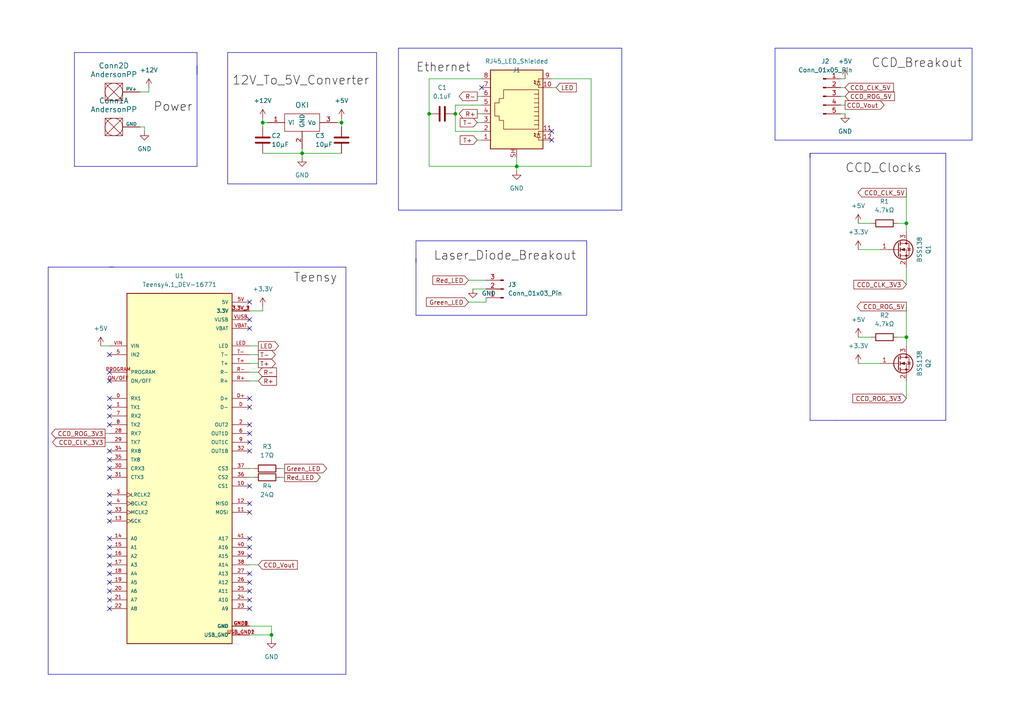
<source format=kicad_sch>
(kicad_sch (version 20230121) (generator eeschema)
  (paper "A4")
  (lib_symbols
    (symbol "Connector:Conn_01x03_Pin" (pin_names (offset 1.016) hide)
      (property "Reference" "J" (at 0 5.08 0))
      (property "Value" "Conn_01x03_Pin" (at 0 -5.08 0))
      (symbol "Conn_01x03_Pin_1_1"
        (polyline (pts (xy 1.27 -2.54) (xy 0.8636 -2.54)) (stroke (width 0.1524)))
        (polyline (pts (xy 1.27 0) (xy 0.8636 0)) (stroke (width 0.1524)))
        (polyline (pts (xy 1.27 2.54) (xy 0.8636 2.54)) (stroke (width 0.1524)))
        (rectangle (start 0.8636 -2.413) (end 0 -2.667) (stroke (width 0.1524)) (fill (type outline)))
        (rectangle (start 0.8636 0.127) (end 0 -0.127) (stroke (width 0.1524)) (fill (type outline)))
        (rectangle (start 0.8636 2.667) (end 0 2.413) (stroke (width 0.1524)) (fill (type outline)))
        (pin passive line (at 5.08 2.54 180) (length 3.81) (name "Pin_1") (number "1"))
        (pin passive line (at 5.08 0 180) (length 3.81) (name "Pin_2") (number "2"))
        (pin passive line (at 5.08 -2.54 180) (length 3.81) (name "Pin_3") (number "3"))
      )
    )
    (symbol "Connector:Conn_01x05_Pin" (pin_names (offset 1.016) hide)
      (property "Reference" "J" (at 0 7.62 0))
      (property "Value" "Conn_01x05_Pin" (at 0 -7.62 0))
      (symbol "Conn_01x05_Pin_1_1"
        (polyline (pts (xy 1.27 -5.08) (xy 0.8636 -5.08)) (stroke (width 0.1524)))
        (polyline (pts (xy 1.27 -2.54) (xy 0.8636 -2.54)) (stroke (width 0.1524)))
        (polyline (pts (xy 1.27 0) (xy 0.8636 0)) (stroke (width 0.1524)))
        (polyline (pts (xy 1.27 2.54) (xy 0.8636 2.54)) (stroke (width 0.1524)))
        (polyline (pts (xy 1.27 5.08) (xy 0.8636 5.08)) (stroke (width 0.1524)))
        (rectangle (start 0.8636 -4.953) (end 0 -5.207) (stroke (width 0.1524)) (fill (type outline)))
        (rectangle (start 0.8636 -2.413) (end 0 -2.667) (stroke (width 0.1524)) (fill (type outline)))
        (rectangle (start 0.8636 0.127) (end 0 -0.127) (stroke (width 0.1524)) (fill (type outline)))
        (rectangle (start 0.8636 2.667) (end 0 2.413) (stroke (width 0.1524)) (fill (type outline)))
        (rectangle (start 0.8636 5.207) (end 0 4.953) (stroke (width 0.1524)) (fill (type outline)))
        (pin passive line (at 5.08 5.08 180) (length 3.81) (name "Pin_1") (number "1"))
        (pin passive line (at 5.08 2.54 180) (length 3.81) (name "Pin_2") (number "2"))
        (pin passive line (at 5.08 0 180) (length 3.81) (name "Pin_3") (number "3"))
        (pin passive line (at 5.08 -2.54 180) (length 3.81) (name "Pin_4") (number "4"))
        (pin passive line (at 5.08 -5.08 180) (length 3.81) (name "Pin_5") (number "5"))
      )
    )
    (symbol "Connector:RJ45_LED_Shielded" (pin_names (offset 1.016))
      (property "Reference" "J" (at -5.08 13.97 0))
      (property "Value" "RJ45_LED_Shielded" (at 1.27 13.97 0))
      (symbol "RJ45_LED_Shielded_0_1"
        (polyline (pts (xy -7.62 -7.62) (xy -6.35 -7.62)))
        (polyline (pts (xy -7.62 -5.08) (xy -6.35 -5.08)))
        (polyline (pts (xy -7.62 7.62) (xy -6.35 7.62)))
        (polyline (pts (xy -7.62 10.16) (xy -6.35 10.16)))
        (polyline (pts (xy -6.858 -5.842) (xy -5.842 -5.842)))
        (polyline (pts (xy -6.858 9.398) (xy -5.842 9.398)))
        (polyline (pts (xy -6.35 -7.62) (xy -6.35 -6.858)))
        (polyline (pts (xy -6.35 -5.08) (xy -6.35 -5.842)))
        (polyline (pts (xy -6.35 7.62) (xy -6.35 8.382)))
        (polyline (pts (xy -6.35 10.16) (xy -6.35 9.398)))
        (polyline (pts (xy -5.08 -6.223) (xy -5.207 -6.604)))
        (polyline (pts (xy -5.08 -5.588) (xy -5.207 -5.969)))
        (polyline (pts (xy -5.08 4.445) (xy -6.35 4.445)))
        (polyline (pts (xy -5.08 5.715) (xy -6.35 5.715)))
        (polyline (pts (xy -5.08 9.017) (xy -5.207 8.636)))
        (polyline (pts (xy -5.08 9.652) (xy -5.207 9.271)))
        (polyline (pts (xy -6.35 -3.175) (xy -5.08 -3.175) (xy -5.08 -3.175)))
        (polyline (pts (xy -6.35 -1.905) (xy -5.08 -1.905) (xy -5.08 -1.905)))
        (polyline (pts (xy -6.35 -0.635) (xy -5.08 -0.635) (xy -5.08 -0.635)))
        (polyline (pts (xy -6.35 0.635) (xy -5.08 0.635) (xy -5.08 0.635)))
        (polyline (pts (xy -6.35 1.905) (xy -5.08 1.905) (xy -5.08 1.905)))
        (polyline (pts (xy -5.588 -6.731) (xy -5.08 -6.223) (xy -5.461 -6.35)))
        (polyline (pts (xy -5.588 -6.096) (xy -5.08 -5.588) (xy -5.461 -5.715)))
        (polyline (pts (xy -5.588 8.509) (xy -5.08 9.017) (xy -5.461 8.89)))
        (polyline (pts (xy -5.588 9.144) (xy -5.08 9.652) (xy -5.461 9.525)))
        (polyline (pts (xy -5.08 3.175) (xy -6.35 3.175) (xy -6.35 3.175)))
        (polyline (pts (xy -6.35 -5.842) (xy -6.858 -6.858) (xy -5.842 -6.858) (xy -6.35 -5.842)))
        (polyline (pts (xy -6.35 9.398) (xy -6.858 8.382) (xy -5.842 8.382) (xy -6.35 9.398)))
        (polyline (pts (xy -6.35 -4.445) (xy -6.35 6.985) (xy 3.81 6.985) (xy 3.81 4.445) (xy 5.08 4.445) (xy 5.08 3.175) (xy 6.35 3.175) (xy 6.35 -0.635) (xy 5.08 -0.635) (xy 5.08 -1.905) (xy 3.81 -1.905) (xy 3.81 -4.445) (xy -6.35 -4.445) (xy -6.35 -4.445)))
        (rectangle (start 7.62 12.7) (end -7.62 -10.16) (stroke (width 0.254)) (fill (type background)))
      )
      (symbol "RJ45_LED_Shielded_1_1"
        (pin passive line (at 10.16 -7.62 180) (length 2.54) (name "~") (number "1"))
        (pin passive line (at -10.16 7.62 0) (length 2.54) (name "~") (number "10"))
        (pin passive line (at -10.16 -5.08 0) (length 2.54) (name "~") (number "11"))
        (pin passive line (at -10.16 -7.62 0) (length 2.54) (name "~") (number "12"))
        (pin passive line (at 10.16 -5.08 180) (length 2.54) (name "~") (number "2"))
        (pin passive line (at 10.16 -2.54 180) (length 2.54) (name "~") (number "3"))
        (pin passive line (at 10.16 0 180) (length 2.54) (name "~") (number "4"))
        (pin passive line (at 10.16 2.54 180) (length 2.54) (name "~") (number "5"))
        (pin passive line (at 10.16 5.08 180) (length 2.54) (name "~") (number "6"))
        (pin passive line (at 10.16 7.62 180) (length 2.54) (name "~") (number "7"))
        (pin passive line (at 10.16 10.16 180) (length 2.54) (name "~") (number "8"))
        (pin passive line (at -10.16 10.16 0) (length 2.54) (name "~") (number "9"))
        (pin passive line (at 0 -12.7 90) (length 2.54) (name "~") (number "SH"))
      )
    )
    (symbol "Device:C" (pin_numbers hide) (pin_names (offset 0.254))
      (property "Reference" "C" (at 0.635 2.54 0))
      (property "Value" "C" (at 0.635 -2.54 0))
      (symbol "C_0_1"
        (polyline (pts (xy -2.032 -0.762) (xy 2.032 -0.762)) (stroke (width 0.508)))
        (polyline (pts (xy -2.032 0.762) (xy 2.032 0.762)) (stroke (width 0.508)))
      )
      (symbol "C_1_1"
        (pin passive line (at 0 3.81 270) (length 2.794) (name "~") (number "1"))
        (pin passive line (at 0 -3.81 90) (length 2.794) (name "~") (number "2"))
      )
    )
    (symbol "Device:R" (pin_numbers hide) (pin_names (offset 0))
      (property "Reference" "R" (at 2.032 0 90))
      (property "Value" "R" (at 0 0 90))
      (symbol "R_0_1"
        (rectangle (start -1.016 -2.54) (end 1.016 2.54) (stroke (width 0.254)))
      )
      (symbol "R_1_1"
        (pin passive line (at 0 3.81 270) (length 1.27) (name "~") (number "1"))
        (pin passive line (at 0 -3.81 90) (length 1.27) (name "~") (number "2"))
      )
    )
    (symbol "MRDT_Connectors:AndersonPP" (pin_numbers hide) (pin_names (offset 0))
      (property "Reference" "Conn" (at 3.81 -1.27 0))
      (property "Value" "AndersonPP" (at 2.54 6.35 0))
      (symbol "AndersonPP_0_1"
        (polyline (pts (xy 0 5.08) (xy 5.08 0)))
        (polyline (pts (xy 5.08 5.08) (xy 0 0)))
        (rectangle (start 0 0) (end 5.08 5.08))
        (circle (center 2.54 2.54) (radius 2.54))
      )
      (symbol "AndersonPP_1_1"
        (pin input line (at 10.16 2.54 180) (length 5.08) (name "GND") (number "1"))
      )
      (symbol "AndersonPP_2_1"
        (pin input line (at 10.16 2.54 180) (length 5.08) (name "V+Log") (number "2"))
      )
      (symbol "AndersonPP_3_1"
        (pin input line (at 10.16 2.54 180) (length 5.08) (name "V+Act") (number "3"))
      )
      (symbol "AndersonPP_4_1"
        (pin input line (at 10.16 2.54 180) (length 5.08) (name "PV+") (number "4"))
      )
      (symbol "AndersonPP_5_1"
        (pin input line (at 10.16 2.54 180) (length 5.08) (name "~") (number "1"))
      )
    )
    (symbol "MRDT_Devices:OKI" (pin_names (offset 1.016))
      (property "Value" "OKI" (at 5.08 6.35 0))
      (symbol "OKI_0_1"
        (rectangle (start 0 0) (end 10.16 5.08))
      )
      (symbol "OKI_1_1"
        (pin input line (at -5.08 2.54 0) (length 5.08) (name "Vi") (number "1"))
        (pin output line (at 5.08 -5.08 90) (length 5.08) (name "GND") (number "2"))
        (pin output line (at 15.24 2.54 180) (length 5.08) (name "Vo") (number "3"))
      )
    )
    (symbol "MRDT_Shields:Teensy4.1_DEV-16771" (pin_names (offset 1.016))
      (property "Reference" "U" (at -15.24 52.07 0))
      (property "Value" "Teensy4.1_DEV-16771" (at -15.24 -53.34 0))
      (symbol "Teensy4.1_DEV-16771_0_0"
        (rectangle (start -15.24 -50.8) (end 15.24 50.8) (stroke (width 0.254)) (fill (type background)))
        (pin bidirectional line (at -20.32 20.32 0) (length 5.08) (name "RX1") (number "0"))
        (pin bidirectional line (at -20.32 17.78 0) (length 5.08) (name "TX1") (number "1"))
        (pin bidirectional line (at 20.32 -5.08 180) (length 5.08) (name "CS1") (number "10"))
        (pin bidirectional line (at 20.32 -12.7 180) (length 5.08) (name "MOSI") (number "11"))
        (pin bidirectional line (at 20.32 -10.16 180) (length 5.08) (name "MISO") (number "12"))
        (pin bidirectional clock (at -20.32 -15.24 0) (length 5.08) (name "SCK") (number "13"))
        (pin bidirectional line (at -20.32 -20.32 0) (length 5.08) (name "A0") (number "14"))
        (pin bidirectional line (at -20.32 -22.86 0) (length 5.08) (name "A1") (number "15"))
        (pin bidirectional line (at -20.32 -25.4 0) (length 5.08) (name "A2") (number "16"))
        (pin bidirectional line (at -20.32 -27.94 0) (length 5.08) (name "A3") (number "17"))
        (pin bidirectional line (at -20.32 -30.48 0) (length 5.08) (name "A4") (number "18"))
        (pin bidirectional line (at -20.32 -33.02 0) (length 5.08) (name "A5") (number "19"))
        (pin output line (at 20.32 12.7 180) (length 5.08) (name "OUT2") (number "2"))
        (pin bidirectional line (at -20.32 -35.56 0) (length 5.08) (name "A6") (number "20"))
        (pin bidirectional line (at -20.32 -38.1 0) (length 5.08) (name "A7") (number "21"))
        (pin bidirectional line (at -20.32 -40.64 0) (length 5.08) (name "A8") (number "22"))
        (pin bidirectional line (at 20.32 -40.64 180) (length 5.08) (name "A9") (number "23"))
        (pin bidirectional line (at 20.32 -38.1 180) (length 5.08) (name "A10") (number "24"))
        (pin bidirectional line (at 20.32 -35.56 180) (length 5.08) (name "A11") (number "25"))
        (pin bidirectional line (at 20.32 -33.02 180) (length 5.08) (name "A12") (number "26"))
        (pin bidirectional line (at 20.32 -30.48 180) (length 5.08) (name "A13") (number "27"))
        (pin bidirectional line (at -20.32 10.16 0) (length 5.08) (name "RX7") (number "28"))
        (pin bidirectional line (at -20.32 7.62 0) (length 5.08) (name "TX7") (number "29"))
        (pin bidirectional clock (at -20.32 -7.62 0) (length 5.08) (name "LRCLK2") (number "3"))
        (pin power_in line (at 20.32 45.72 180) (length 5.08) (name "3.3V") (number "3.3V_1"))
        (pin power_in line (at 20.32 45.72 180) (length 5.08) (name "3.3V") (number "3.3V_2"))
        (pin power_in line (at 20.32 45.72 180) (length 5.08) (name "3.3V") (number "3.3V_3"))
        (pin bidirectional line (at -20.32 0 0) (length 5.08) (name "CRX3") (number "30"))
        (pin bidirectional line (at -20.32 -2.54 0) (length 5.08) (name "CTX3") (number "31"))
        (pin output line (at 20.32 5.08 180) (length 5.08) (name "OUT1B") (number "32"))
        (pin bidirectional clock (at -20.32 -12.7 0) (length 5.08) (name "MCLK2") (number "33"))
        (pin bidirectional line (at -20.32 5.08 0) (length 5.08) (name "RX8") (number "34"))
        (pin bidirectional line (at -20.32 2.54 0) (length 5.08) (name "TX8") (number "35"))
        (pin bidirectional line (at 20.32 -2.54 180) (length 5.08) (name "CS2") (number "36"))
        (pin bidirectional line (at 20.32 0 180) (length 5.08) (name "CS3") (number "37"))
        (pin bidirectional line (at 20.32 -27.94 180) (length 5.08) (name "A14") (number "38"))
        (pin bidirectional line (at 20.32 -25.4 180) (length 5.08) (name "A15") (number "39"))
        (pin bidirectional clock (at -20.32 -10.16 0) (length 5.08) (name "BCLK2") (number "4"))
        (pin bidirectional line (at 20.32 -22.86 180) (length 5.08) (name "A16") (number "40"))
        (pin bidirectional line (at 20.32 -20.32 180) (length 5.08) (name "A17") (number "41"))
        (pin bidirectional line (at -20.32 33.02 0) (length 5.08) (name "IN2") (number "5"))
        (pin power_in line (at 20.32 48.26 180) (length 5.08) (name "5V") (number "5V"))
        (pin output line (at 20.32 10.16 180) (length 5.08) (name "OUT1D") (number "6"))
        (pin bidirectional line (at -20.32 15.24 0) (length 5.08) (name "RX2") (number "7"))
        (pin bidirectional line (at -20.32 12.7 0) (length 5.08) (name "TX2") (number "8"))
        (pin output line (at 20.32 7.62 180) (length 5.08) (name "OUT1C") (number "9"))
        (pin bidirectional line (at 20.32 17.78 180) (length 5.08) (name "D-") (number "D"))
        (pin bidirectional line (at 20.32 20.32 180) (length 5.08) (name "D+") (number "D+"))
        (pin power_in line (at 20.32 -45.72 180) (length 5.08) (name "GND") (number "GND1"))
        (pin power_in line (at 20.32 -45.72 180) (length 5.08) (name "GND") (number "GND2"))
        (pin power_in line (at 20.32 -45.72 180) (length 5.08) (name "GND") (number "GND3"))
        (pin power_in line (at 20.32 -45.72 180) (length 5.08) (name "GND") (number "GND4"))
        (pin power_in line (at 20.32 -45.72 180) (length 5.08) (name "GND") (number "GND5"))
        (pin bidirectional line (at 20.32 35.56 180) (length 5.08) (name "LED") (number "LED"))
        (pin bidirectional line (at -20.32 25.4 0) (length 5.08) (name "ON/OFF") (number "ON/OFF"))
        (pin bidirectional line (at -20.32 27.94 0) (length 5.08) (name "PROGRAM") (number "PROGRAM"))
        (pin bidirectional line (at 20.32 25.4 180) (length 5.08) (name "R+") (number "R+"))
        (pin bidirectional line (at 20.32 27.94 180) (length 5.08) (name "R-") (number "R-"))
        (pin bidirectional line (at 20.32 30.48 180) (length 5.08) (name "T+") (number "T+"))
        (pin bidirectional line (at 20.32 33.02 180) (length 5.08) (name "T-") (number "T-"))
        (pin power_in line (at 20.32 -48.26 180) (length 5.08) (name "USB_GND") (number "USB_GND1"))
        (pin power_in line (at 20.32 -48.26 180) (length 5.08) (name "USB_GND") (number "USB_GND2"))
        (pin passive line (at 20.32 40.64 180) (length 5.08) (name "VBAT") (number "VBAT"))
        (pin input line (at -20.32 35.56 0) (length 5.08) (name "VIN") (number "VIN"))
        (pin passive line (at 20.32 43.18 180) (length 5.08) (name "VUSB") (number "VUSB"))
      )
    )
    (symbol "Transistor_FET:BSS138" (pin_names hide)
      (property "Reference" "Q" (at 5.08 1.905 0))
      (property "Value" "BSS138" (at 5.08 0 0))
      (symbol "BSS138_0_1"
        (polyline (pts (xy 0.254 0) (xy -2.54 0)))
        (polyline (pts (xy 0.254 1.905) (xy 0.254 -1.905)) (stroke (width 0.254)))
        (polyline (pts (xy 0.762 -1.27) (xy 0.762 -2.286)) (stroke (width 0.254)))
        (polyline (pts (xy 0.762 0.508) (xy 0.762 -0.508)) (stroke (width 0.254)))
        (polyline (pts (xy 0.762 2.286) (xy 0.762 1.27)) (stroke (width 0.254)))
        (polyline (pts (xy 2.54 2.54) (xy 2.54 1.778)))
        (polyline (pts (xy 2.54 -2.54) (xy 2.54 0) (xy 0.762 0)))
        (polyline (pts (xy 0.762 -1.778) (xy 3.302 -1.778) (xy 3.302 1.778) (xy 0.762 1.778)))
        (polyline (pts (xy 1.016 0) (xy 2.032 0.381) (xy 2.032 -0.381) (xy 1.016 0)) (fill (type outline)))
        (polyline (pts (xy 2.794 0.508) (xy 2.921 0.381) (xy 3.683 0.381) (xy 3.81 0.254)))
        (polyline (pts (xy 3.302 0.381) (xy 2.921 -0.254) (xy 3.683 -0.254) (xy 3.302 0.381)))
        (circle (center 1.651 0) (radius 2.794) (stroke (width 0.254)))
        (circle (center 2.54 -1.778) (radius 0.254) (fill (type outline)))
        (circle (center 2.54 1.778) (radius 0.254) (fill (type outline)))
      )
      (symbol "BSS138_1_1"
        (pin input line (at -5.08 0 0) (length 2.54) (name "G") (number "1"))
        (pin passive line (at 2.54 -5.08 90) (length 2.54) (name "S") (number "2"))
        (pin passive line (at 2.54 5.08 270) (length 2.54) (name "D") (number "3"))
      )
    )
    (symbol "power:+12V" (power) (pin_names (offset 0))
      (property "Value" "+12V" (at 0 3.556 0))
      (symbol "+12V_0_1"
        (polyline (pts (xy -0.762 1.27) (xy 0 2.54)))
        (polyline (pts (xy 0 0) (xy 0 2.54)))
        (polyline (pts (xy 0 2.54) (xy 0.762 1.27)))
      )
      (symbol "+12V_1_1"
        (pin power_in line (at 0 0 90) (length 0) hide (name "+12V") (number "1"))
      )
    )
    (symbol "power:+3.3V" (power) (pin_names (offset 0))
      (property "Value" "+3.3V" (at 0 3.556 0))
      (symbol "+3.3V_0_1"
        (polyline (pts (xy -0.762 1.27) (xy 0 2.54)))
        (polyline (pts (xy 0 0) (xy 0 2.54)))
        (polyline (pts (xy 0 2.54) (xy 0.762 1.27)))
      )
      (symbol "+3.3V_1_1"
        (pin power_in line (at 0 0 90) (length 0) hide (name "+3.3V") (number "1"))
      )
    )
    (symbol "power:+5V" (power) (pin_names (offset 0))
      (property "Value" "+5V" (at 0 3.556 0))
      (symbol "+5V_0_1"
        (polyline (pts (xy -0.762 1.27) (xy 0 2.54)))
        (polyline (pts (xy 0 0) (xy 0 2.54)))
        (polyline (pts (xy 0 2.54) (xy 0.762 1.27)))
      )
      (symbol "+5V_1_1"
        (pin power_in line (at 0 0 90) (length 0) hide (name "+5V") (number "1"))
      )
    )
    (symbol "power:GND" (power) (pin_names (offset 0))
      (property "Value" "GND" (at 0 -3.81 0))
      (symbol "GND_0_1"
        (polyline (pts (xy 0 0) (xy 0 -1.27) (xy 1.27 -1.27) (xy 0 -2.54) (xy -1.27 -1.27) (xy 0 -1.27)))
      )
      (symbol "GND_1_1"
        (pin power_in line (at 0 0 270) (length 0) hide (name "GND") (number "1"))
      )
    )
  )
  (junction (at 78.74 184.15))
  (junction (at 149.86 48.26))
  (junction (at 99.06 35.56))
  (junction (at 124.46 33.02))
  (junction (at 262.89 97.79))
  (junction (at 132.08 33.02))
  (junction (at 262.89 64.77))
  (junction (at 76.2 35.56))
  (junction (at 87.63 44.45))
  (no_connect (at 72.39 156.21))
  (no_connect (at 72.39 87.63))
  (no_connect (at 72.39 171.45))
  (no_connect (at 31.75 171.45))
  (no_connect (at 31.75 133.35))
  (no_connect (at 31.75 120.65))
  (no_connect (at 31.75 151.13))
  (no_connect (at 72.39 125.73))
  (no_connect (at 31.75 176.53))
  (no_connect (at 31.75 146.05))
  (no_connect (at 31.75 123.19))
  (no_connect (at 160.02 38.1))
  (no_connect (at 72.39 123.19))
  (no_connect (at 31.75 158.75))
  (no_connect (at 31.75 110.49))
  (no_connect (at 72.39 140.97))
  (no_connect (at 139.7 25.4))
  (no_connect (at 31.75 161.29))
  (no_connect (at 31.75 130.81))
  (no_connect (at 31.75 118.11))
  (no_connect (at 31.75 107.95))
  (no_connect (at 72.39 173.99))
  (no_connect (at 72.39 176.53))
  (no_connect (at 72.39 92.71))
  (no_connect (at 72.39 146.05))
  (no_connect (at 31.75 143.51))
  (no_connect (at 72.39 158.75))
  (no_connect (at 31.75 163.83))
  (no_connect (at 31.75 138.43))
  (no_connect (at 31.75 115.57))
  (no_connect (at 72.39 95.25))
  (no_connect (at 31.75 156.21))
  (no_connect (at 31.75 148.59))
  (no_connect (at 31.75 168.91))
  (no_connect (at 31.75 173.99))
  (no_connect (at 72.39 168.91))
  (no_connect (at 72.39 118.11))
  (no_connect (at 31.75 102.87))
  (no_connect (at 72.39 115.57))
  (no_connect (at 72.39 161.29))
  (no_connect (at 72.39 166.37))
  (no_connect (at 72.39 130.81))
  (no_connect (at 72.39 148.59))
  (no_connect (at 72.39 128.27))
  (no_connect (at 160.02 40.64))
  (no_connect (at 31.75 166.37))
  (no_connect (at 31.75 135.89))
  (polyline (pts (xy 13.97 88.9) (xy 13.97 77.47)))
  (polyline (pts (xy 109.22 53.34) (xy 109.22 15.24)))
  (wire (pts (xy 135.89 81.28) (xy 140.97 81.28)))
  (wire (pts (xy 171.45 22.86) (xy 171.45 48.26)))
  (polyline (pts (xy 120.65 69.85) (xy 120.65 76.2)))
  (wire (pts (xy 243.84 22.86) (xy 245.11 22.86)))
  (wire (pts (xy 149.86 45.72) (xy 149.86 48.26)))
  (polyline (pts (xy 274.32 52.07) (xy 274.32 44.45)))
  (wire (pts (xy 87.63 44.45) (xy 87.63 45.72)))
  (wire (pts (xy 87.63 43.18) (xy 87.63 44.45)))
  (wire (pts (xy 248.92 97.79) (xy 252.73 97.79)))
  (wire (pts (xy 138.43 35.56) (xy 139.7 35.56)))
  (polyline (pts (xy 13.97 195.58) (xy 100.33 195.58)))
  (wire (pts (xy 132.08 30.48) (xy 132.08 33.02)))
  (wire (pts (xy 40.64 36.83) (xy 41.91 36.83)))
  (wire (pts (xy 72.39 184.15) (xy 78.74 184.15)))
  (wire (pts (xy 160.02 22.86) (xy 171.45 22.86)))
  (polyline (pts (xy 109.22 15.24) (xy 66.04 15.24)))
  (wire (pts (xy 76.2 88.9) (xy 76.2 90.17)))
  (polyline (pts (xy 66.04 15.24) (xy 66.04 53.34)))
  (polyline (pts (xy 180.34 13.97) (xy 180.34 60.96)))
  (wire (pts (xy 260.35 97.79) (xy 262.89 97.79)))
  (wire (pts (xy 82.55 135.89) (xy 81.28 135.89)))
  (polyline (pts (xy 106.68 53.34) (xy 109.22 53.34)))
  (wire (pts (xy 29.21 100.33) (xy 31.75 100.33)))
  (polyline (pts (xy 57.15 19.05) (xy 57.15 48.26)))
  (wire (pts (xy 132.08 33.02) (xy 132.08 38.1)))
  (wire (pts (xy 72.39 181.61) (xy 78.74 181.61)))
  (wire (pts (xy 72.39 105.41) (xy 74.93 105.41)))
  (wire (pts (xy 135.89 87.63) (xy 140.97 87.63)))
  (wire (pts (xy 262.89 110.49) (xy 262.89 115.57)))
  (wire (pts (xy 72.39 110.49) (xy 74.93 110.49)))
  (polyline (pts (xy 120.65 74.93) (xy 120.65 91.44)))
  (wire (pts (xy 30.48 128.27) (xy 31.75 128.27)))
  (polyline (pts (xy 274.32 121.92) (xy 274.32 52.07)))
  (wire (pts (xy 160.02 25.4) (xy 161.29 25.4)))
  (polyline (pts (xy 224.79 40.64) (xy 224.79 13.97)))
  (polyline (pts (xy 57.15 48.26) (xy 21.59 48.26)))
  (wire (pts (xy 43.18 26.67) (xy 43.18 25.4)))
  (wire (pts (xy 138.43 27.94) (xy 139.7 27.94)))
  (wire (pts (xy 40.64 26.67) (xy 43.18 26.67)))
  (wire (pts (xy 82.55 138.43) (xy 81.28 138.43)))
  (polyline (pts (xy 13.97 77.47) (xy 33.02 77.47)))
  (polyline (pts (xy 170.18 69.85) (xy 120.65 69.85)))
  (wire (pts (xy 262.89 55.88) (xy 262.89 64.77)))
  (wire (pts (xy 76.2 35.56) (xy 77.47 35.56)))
  (wire (pts (xy 76.2 35.56) (xy 76.2 36.83)))
  (wire (pts (xy 124.46 48.26) (xy 149.86 48.26)))
  (polyline (pts (xy 21.59 48.26) (xy 21.59 15.24)))
  (polyline (pts (xy 242.57 121.92) (xy 274.32 121.92)))
  (wire (pts (xy 78.74 184.15) (xy 78.74 185.42)))
  (wire (pts (xy 243.84 33.02) (xy 245.11 33.02)))
  (polyline (pts (xy 274.32 44.45) (xy 273.05 44.45)))
  (wire (pts (xy 243.84 27.94) (xy 245.11 27.94)))
  (wire (pts (xy 149.86 48.26) (xy 149.86 49.53)))
  (wire (pts (xy 87.63 44.45) (xy 99.06 44.45)))
  (wire (pts (xy 137.16 83.82) (xy 140.97 83.82)))
  (polyline (pts (xy 13.97 88.9) (xy 13.97 195.58)))
  (wire (pts (xy 76.2 44.45) (xy 87.63 44.45)))
  (wire (pts (xy 262.89 88.9) (xy 262.89 97.79)))
  (wire (pts (xy 72.39 100.33) (xy 74.93 100.33)))
  (wire (pts (xy 72.39 163.83) (xy 74.93 163.83)))
  (wire (pts (xy 41.91 36.83) (xy 41.91 38.1)))
  (wire (pts (xy 243.84 25.4) (xy 245.11 25.4)))
  (polyline (pts (xy 115.57 13.97) (xy 115.57 60.96)))
  (wire (pts (xy 76.2 90.17) (xy 72.39 90.17)))
  (polyline (pts (xy 274.32 44.45) (xy 234.95 44.45)))
  (polyline (pts (xy 21.59 15.24) (xy 57.15 15.24)))
  (polyline (pts (xy 120.65 91.44) (xy 170.18 91.44)))
  (wire (pts (xy 138.43 40.64) (xy 139.7 40.64)))
  (polyline (pts (xy 115.57 13.97) (xy 180.34 13.97)))
  (wire (pts (xy 72.39 135.89) (xy 73.66 135.89)))
  (wire (pts (xy 97.79 35.56) (xy 99.06 35.56)))
  (polyline (pts (xy 69.85 53.34) (xy 106.68 53.34)))
  (wire (pts (xy 76.2 34.29) (xy 76.2 35.56)))
  (polyline (pts (xy 180.34 60.96) (xy 115.57 60.96)))
  (wire (pts (xy 243.84 30.48) (xy 245.11 30.48)))
  (wire (pts (xy 262.89 64.77) (xy 262.89 67.31)))
  (polyline (pts (xy 234.95 121.92) (xy 242.57 121.92)))
  (polyline (pts (xy 57.15 15.24) (xy 57.15 21.59)))
  (wire (pts (xy 262.89 97.79) (xy 262.89 100.33)))
  (wire (pts (xy 140.97 87.63) (xy 140.97 86.36)))
  (wire (pts (xy 72.39 107.95) (xy 74.93 107.95)))
  (wire (pts (xy 72.39 102.87) (xy 74.93 102.87)))
  (wire (pts (xy 248.92 72.39) (xy 255.27 72.39)))
  (polyline (pts (xy 234.95 44.45) (xy 234.95 45.72)))
  (polyline (pts (xy 100.33 195.58) (xy 100.33 77.47)))
  (wire (pts (xy 248.92 105.41) (xy 255.27 105.41)))
  (polyline (pts (xy 281.94 13.97) (xy 281.94 40.64)))
  (polyline (pts (xy 224.79 13.97) (xy 226.06 13.97)))
  (wire (pts (xy 248.92 64.77) (xy 252.73 64.77)))
  (polyline (pts (xy 281.94 40.64) (xy 224.79 40.64)))
  (wire (pts (xy 124.46 22.86) (xy 124.46 33.02)))
  (wire (pts (xy 138.43 33.02) (xy 139.7 33.02)))
  (wire (pts (xy 124.46 33.02) (xy 124.46 48.26)))
  (polyline (pts (xy 170.18 91.44) (xy 170.18 69.85)))
  (wire (pts (xy 78.74 181.61) (xy 78.74 184.15)))
  (polyline (pts (xy 226.06 13.97) (xy 281.94 13.97)))
  (wire (pts (xy 99.06 35.56) (xy 99.06 34.29)))
  (wire (pts (xy 260.35 64.77) (xy 262.89 64.77)))
  (wire (pts (xy 262.89 77.47) (xy 262.89 82.55)))
  (wire (pts (xy 149.86 48.26) (xy 171.45 48.26)))
  (polyline (pts (xy 100.33 77.47) (xy 31.75 77.47)))
  (wire (pts (xy 139.7 30.48) (xy 132.08 30.48)))
  (wire (pts (xy 72.39 138.43) (xy 73.66 138.43)))
  (wire (pts (xy 99.06 35.56) (xy 99.06 36.83)))
  (wire (pts (xy 139.7 38.1) (xy 132.08 38.1)))
  (polyline (pts (xy 234.95 44.45) (xy 234.95 121.92)))
  (wire (pts (xy 124.46 22.86) (xy 139.7 22.86)))
  (wire (pts (xy 30.48 125.73) (xy 31.75 125.73)))
  (polyline (pts (xy 66.04 53.34) (xy 69.85 53.34)))
  (label "Laser_Diode_Breakout" (at 125.73 76.2 0) (effects (font (size 2.54 2.54))))
  (label "CCD_Clocks" (at 245.11 50.8 0) (effects (font (size 2.54 2.54))))
  (label "Teensy" (at 85.09 82.55 0) (effects (font (size 2.54 2.54))))
  (label "CCD_Breakout" (at 252.73 20.32 0) (effects (font (size 2.54 2.54))))
  (label "Ethernet" (at 120.65 21.59 0) (effects (font (size 2.54 2.54))))
  (label "Power" (at 44.45 33.02 0) (effects (font (size 2.54 2.54))))
  (label "12V_To_5V_Converter" (at 67.31 25.4 0) (effects (font (size 2.54 2.54))))
  (global_label "Green_LED" (shape input) (at 135.89 87.63 180) (property "Intersheetrefs" "${INTERSHEET_REFS}" (effects hide)))
  (global_label "R-" (shape input) (at 74.93 107.95 0) (property "Intersheetrefs" "${INTERSHEET_REFS}" (effects hide)))
  (global_label "CCD_CLK_5V" (shape output) (at 262.89 55.88 180) (property "Intersheetrefs" "${INTERSHEET_REFS}" (effects hide)))
  (global_label "LED" (shape input) (at 161.29 25.4 0) (property "Intersheetrefs" "${INTERSHEET_REFS}" (effects hide)))
  (global_label "CCD_ROG_3V3" (shape output) (at 30.48 125.73 180) (property "Intersheetrefs" "${INTERSHEET_REFS}" (effects hide)))
  (global_label "T-" (shape output) (at 74.93 102.87 0) (property "Intersheetrefs" "${INTERSHEET_REFS}" (effects hide)))
  (global_label "CCD_CLK_3V3" (shape input) (at 262.89 82.55 180) (property "Intersheetrefs" "${INTERSHEET_REFS}" (effects hide)))
  (global_label "Green_LED" (shape output) (at 82.55 135.89 0) (property "Intersheetrefs" "${INTERSHEET_REFS}" (effects hide)))
  (global_label "CCD_ROG_3V3" (shape input) (at 262.89 115.57 180) (property "Intersheetrefs" "${INTERSHEET_REFS}" (effects hide)))
  (global_label "CCD_CLK_3V3" (shape output) (at 30.48 128.27 180) (property "Intersheetrefs" "${INTERSHEET_REFS}" (effects hide)))
  (global_label "CCD_CLK_5V" (shape input) (at 245.11 25.4 0) (property "Intersheetrefs" "${INTERSHEET_REFS}" (effects hide)))
  (global_label "CCD_Vout" (shape input) (at 74.93 163.83 0) (property "Intersheetrefs" "${INTERSHEET_REFS}" (effects hide)))
  (global_label "LED" (shape output) (at 74.93 100.33 0) (property "Intersheetrefs" "${INTERSHEET_REFS}" (effects hide)))
  (global_label "T+" (shape output) (at 74.93 105.41 0) (property "Intersheetrefs" "${INTERSHEET_REFS}" (effects hide)))
  (global_label "CCD_ROG_5V" (shape input) (at 245.11 27.94 0) (property "Intersheetrefs" "${INTERSHEET_REFS}" (effects hide)))
  (global_label "R+" (shape input) (at 74.93 110.49 0) (property "Intersheetrefs" "${INTERSHEET_REFS}" (effects hide)))
  (global_label "T-" (shape input) (at 138.43 35.56 180) (property "Intersheetrefs" "${INTERSHEET_REFS}" (effects hide)))
  (global_label "T+" (shape input) (at 138.43 40.64 180) (property "Intersheetrefs" "${INTERSHEET_REFS}" (effects hide)))
  (global_label "R-" (shape output) (at 138.43 27.94 180) (property "Intersheetrefs" "${INTERSHEET_REFS}" (effects hide)))
  (global_label "CCD_ROG_5V" (shape output) (at 262.89 88.9 180) (property "Intersheetrefs" "${INTERSHEET_REFS}" (effects hide)))
  (global_label "CCD_Vout" (shape output) (at 245.11 30.48 0) (property "Intersheetrefs" "${INTERSHEET_REFS}" (effects hide)))
  (global_label "Red_LED" (shape output) (at 82.55 138.43 0) (property "Intersheetrefs" "${INTERSHEET_REFS}" (effects hide)))
  (global_label "R+" (shape output) (at 138.43 33.02 180) (property "Intersheetrefs" "${INTERSHEET_REFS}" (effects hide)))
  (global_label "Red_LED" (shape input) (at 135.89 81.28 180) (property "Intersheetrefs" "${INTERSHEET_REFS}" (effects hide)))
  (symbol (lib_id "MRDT_Shields:Teensy4.1_DEV-16771") (at 52.07 135.89 0) (unit 1)
    (property "Reference" "U1" (at 52.07 80.01 0))
    (property "Value" "Teensy4.1_DEV-16771" (at 52.07 82.55 0))
    (property "Footprint" "MRDT_Shields:Teensy_4_1_Ethernet" (effects hide))
    (property "STANDARD" "Manufacturer recommendations" (effects hide))
    (property "MAXIMUM_PACKAGE_HEIGHT" "4.07mm" (effects hide))
    (property "MANUFACTURER" "SparkFun Electronics" (effects hide))
    (property "PARTREV" "4.1" (effects hide))
  )
  (symbol (lib_id "Device:C") (at 128.27 33.02 270) (unit 1)
    (property "Reference" "C1" (at 128.27 25.4 90))
    (property "Value" "0.1uF" (at 128.27 27.94 90))
    (property "Footprint" "Capacitor_SMD:C_0603_1608Metric_Pad1.08x0.95mm_HandSolder" (effects hide))
  )
  (symbol (lib_id "power:+5V") (at 29.21 100.33 0) (unit 1)
    (property "Reference" "#PWR010" (effects hide))
    (property "Value" "+5V" (at 29.21 95.25 0))
  )
  (symbol (lib_id "Device:R") (at 77.47 135.89 90) (unit 1)
    (property "Reference" "R3" (at 77.47 129.54 90))
    (property "Value" "17Ω" (at 77.47 132.08 90))
  )
  (symbol (lib_id "power:GND") (at 149.86 49.53 0) (unit 1)
    (property "Reference" "#PWR04" (effects hide))
    (property "Value" "GND" (at 149.86 54.61 0))
  )
  (symbol (lib_id "power:+5V") (at 99.06 34.29 0) (unit 1)
    (property "Reference" "#PWR014" (effects hide))
    (property "Value" "+5V" (at 99.06 29.21 0))
  )
  (symbol (lib_id "power:GND") (at 41.91 38.1 0) (unit 1)
    (property "Reference" "#PWR02" (effects hide))
    (property "Value" "GND" (at 41.91 43.18 0))
  )
  (symbol (lib_id "MRDT_Connectors:AndersonPP") (at 30.48 39.37 0) (unit 1)
    (property "Reference" "Conn1" (at 33.02 29.21 0) (effects (font (size 1.524 1.524))))
    (property "Value" "AndersonPP" (at 33.02 31.75 0) (effects (font (size 1.524 1.524))))
  )
  (symbol (lib_id "Transistor_FET:BSS138") (at 260.35 105.41 0) (unit 1)
    (property "Reference" "Q2" (at 269.24 105.41 90))
    (property "Value" "BSS138" (at 266.7 105.41 90))
    (property "Footprint" "Package_TO_SOT_SMD:SOT-23" (effects hide))
    (property "Datasheet" "https://www.onsemi.com/pub/Collateral/BSS138-D.PDF" (effects hide))
  )
  (symbol (lib_id "Device:R") (at 77.47 138.43 90) (unit 1)
    (property "Reference" "R4" (at 77.47 140.97 90))
    (property "Value" "24Ω" (at 77.47 143.51 90))
  )
  (symbol (lib_id "power:+3.3V") (at 248.92 105.41 0) (unit 1)
    (property "Reference" "#PWR09" (effects hide))
    (property "Value" "+3.3V" (at 248.92 100.33 0))
  )
  (symbol (lib_id "power:GND") (at 78.74 185.42 0) (unit 1)
    (property "Reference" "#PWR01" (effects hide))
    (property "Value" "GND" (at 78.74 190.5 0))
  )
  (symbol (lib_id "Connector:Conn_01x05_Pin") (at 238.76 27.94 0) (unit 1)
    (property "Reference" "J2" (at 239.395 17.78 0))
    (property "Value" "Conn_01x05_Pin" (at 239.395 20.32 0))
  )
  (symbol (lib_id "Connector:Conn_01x03_Pin") (at 146.05 83.82 180) (unit 1)
    (property "Reference" "J3" (at 147.32 82.55 0) (effects (justify right)))
    (property "Value" "Conn_01x03_Pin" (at 147.32 85.09 0) (effects (justify right)))
  )
  (symbol (lib_id "power:GND") (at 87.63 45.72 0) (unit 1)
    (property "Reference" "#PWR015" (effects hide))
    (property "Value" "GND" (at 87.63 50.8 0))
  )
  (symbol (lib_id "power:+12V") (at 76.2 34.29 0) (unit 1)
    (property "Reference" "#PWR013" (effects hide))
    (property "Value" "+12V" (at 76.2 29.21 0))
  )
  (symbol (lib_id "MRDT_Devices:OKI") (at 82.55 38.1 0) (unit 1)
    (property "Reference" "U2" (effects hide))
    (property "Value" "OKI" (at 87.63 30.48 0) (effects (font (size 1.524 1.524))))
    (property "Footprint" "MRDT_Devices:OKI_Horizontal" (effects hide))
  )
  (symbol (lib_id "MRDT_Connectors:AndersonPP") (at 30.48 29.21 0) (unit 4)
    (property "Reference" "Conn2" (at 33.02 19.05 0) (effects (font (size 1.524 1.524))))
    (property "Value" "AndersonPP" (at 33.02 21.59 0) (effects (font (size 1.524 1.524))))
  )
  (symbol (lib_id "Device:C") (at 99.06 40.64 0) (unit 1)
    (property "Reference" "C3" (at 91.44 39.37 0) (effects (justify left)))
    (property "Value" "10µF" (at 91.44 41.91 0) (effects (justify left)))
  )
  (symbol (lib_id "Device:R") (at 256.54 64.77 90) (unit 1)
    (property "Reference" "R1" (at 256.54 58.42 90))
    (property "Value" "4.7kΩ" (at 256.54 60.96 90))
  )
  (symbol (lib_id "power:+3.3V") (at 76.2 88.9 0) (unit 1)
    (property "Reference" "#PWR07" (effects hide))
    (property "Value" "+3.3V" (at 76.2 83.82 0))
  )
  (symbol (lib_id "Device:C") (at 76.2 40.64 0) (unit 1)
    (property "Reference" "C2" (at 78.74 39.37 0) (effects (justify left)))
    (property "Value" "10µF" (at 78.74 41.91 0) (effects (justify left)))
  )
  (symbol (lib_id "power:+3.3V") (at 248.92 72.39 0) (unit 1)
    (property "Reference" "#PWR05" (effects hide))
    (property "Value" "+3.3V" (at 248.92 67.31 0))
  )
  (symbol (lib_id "power:+5V") (at 245.11 22.86 0) (unit 1)
    (property "Reference" "#PWR011" (effects hide))
    (property "Value" "+5V" (at 245.11 17.78 0))
  )
  (symbol (lib_id "power:+12V") (at 43.18 25.4 0) (unit 1)
    (property "Reference" "#PWR03" (effects hide))
    (property "Value" "+12V" (at 43.18 20.32 0))
  )
  (symbol (lib_id "power:+5V") (at 248.92 64.77 0) (unit 1)
    (property "Reference" "#PWR06" (effects hide))
    (property "Value" "+5V" (at 248.92 59.69 0))
  )
  (symbol (lib_id "power:+5V") (at 248.92 97.79 0) (unit 1)
    (property "Reference" "#PWR08" (effects hide))
    (property "Value" "+5V" (at 248.92 92.71 0))
  )
  (symbol (lib_id "Connector:RJ45_LED_Shielded") (at 149.86 33.02 0) (mirror y) (unit 1)
    (property "Reference" "J1" (at 149.86 20.32 0))
    (property "Value" "RJ45_LED_Shielded" (at 149.86 17.78 0))
  )
  (symbol (lib_id "Transistor_FET:BSS138") (at 260.35 72.39 0) (unit 1)
    (property "Reference" "Q1" (at 269.24 72.39 90))
    (property "Value" "BSS138" (at 266.7 72.39 90))
    (property "Footprint" "Package_TO_SOT_SMD:SOT-23" (effects hide))
    (property "Datasheet" "https://www.onsemi.com/pub/Collateral/BSS138-D.PDF" (effects hide))
  )
  (symbol (lib_id "power:GND") (at 245.11 33.02 0) (unit 1)
    (property "Reference" "#PWR012" (effects hide))
    (property "Value" "GND" (at 245.11 38.1 0))
  )
  (symbol (lib_id "Device:R") (at 256.54 97.79 90) (unit 1)
    (property "Reference" "R2" (at 256.54 91.44 90))
    (property "Value" "4.7kΩ" (at 256.54 93.98 90))
  )
  (symbol (lib_id "power:GND") (at 137.16 83.82 0) (unit 1)
    (property "Reference" "#PWR016" (effects hide))
    (property "Value" "GND" (at 139.7 85.09 0) (effects (justify left)))
  )
)
</source>
